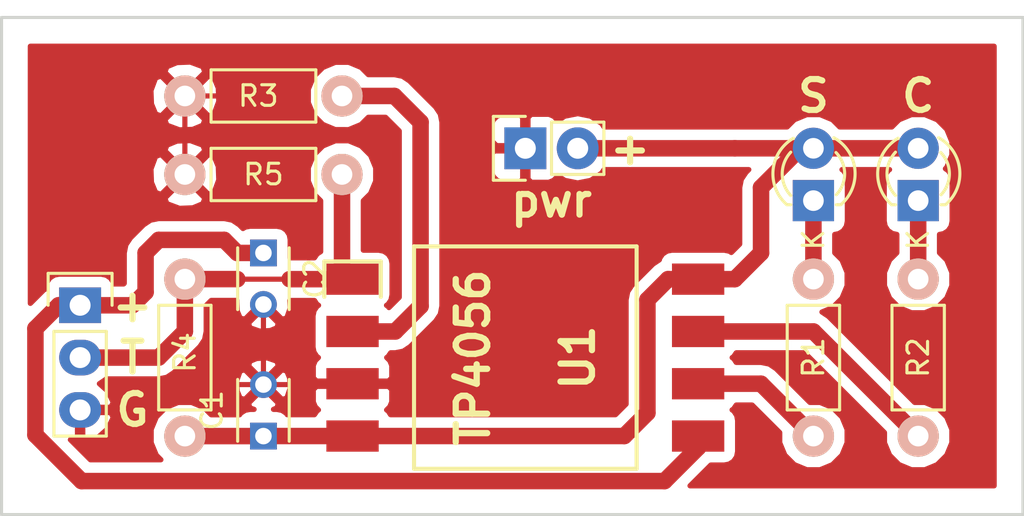
<source format=kicad_pcb>
(kicad_pcb (version 4) (host pcbnew 4.0.5)

  (general
    (links 22)
    (no_connects 0)
    (area 105.334999 85.014999 155.015001 109.295001)
    (thickness 1.6)
    (drawings 11)
    (tracks 69)
    (zones 0)
    (modules 12)
    (nets 10)
  )

  (page USLetter)
  (title_block
    (title "CARGADOIR DE BATERIAS LITIO")
    (date 2017-07-06)
    (rev "V 1.0")
    (company WWW.MR-ELECTRONIC.COM.VE)
  )

  (layers
    (0 F.Cu signal)
    (31 B.Cu signal)
    (32 B.Adhes user)
    (33 F.Adhes user)
    (34 B.Paste user)
    (35 F.Paste user)
    (36 B.SilkS user)
    (37 F.SilkS user)
    (38 B.Mask user)
    (39 F.Mask user)
    (40 Dwgs.User user)
    (41 Cmts.User user)
    (42 Eco1.User user)
    (43 Eco2.User user)
    (44 Edge.Cuts user)
    (45 Margin user)
    (46 B.CrtYd user)
    (47 F.CrtYd user)
    (48 B.Fab user)
    (49 F.Fab user)
  )

  (setup
    (last_trace_width 0.8)
    (trace_clearance 0.2)
    (zone_clearance 0.508)
    (zone_45_only no)
    (trace_min 0.2)
    (segment_width 0.2)
    (edge_width 0.15)
    (via_size 0.6)
    (via_drill 0.4)
    (via_min_size 0.4)
    (via_min_drill 0.3)
    (uvia_size 0.3)
    (uvia_drill 0.1)
    (uvias_allowed no)
    (uvia_min_size 0.2)
    (uvia_min_drill 0.1)
    (pcb_text_width 0.3)
    (pcb_text_size 1.5 1.5)
    (mod_edge_width 0.15)
    (mod_text_size 1 1)
    (mod_text_width 0.15)
    (pad_size 1.524 1.524)
    (pad_drill 0.762)
    (pad_to_mask_clearance 0.2)
    (aux_axis_origin 0 0)
    (visible_elements 7FFFFFFF)
    (pcbplotparams
      (layerselection 0x00030_80000001)
      (usegerberextensions false)
      (excludeedgelayer true)
      (linewidth 0.100000)
      (plotframeref false)
      (viasonmask false)
      (mode 1)
      (useauxorigin false)
      (hpglpennumber 1)
      (hpglpenspeed 20)
      (hpglpendiameter 15)
      (hpglpenoverlay 2)
      (psnegative false)
      (psa4output false)
      (plotreference true)
      (plotvalue true)
      (plotinvisibletext false)
      (padsonsilk false)
      (subtractmaskfromsilk false)
      (outputformat 1)
      (mirror false)
      (drillshape 1)
      (scaleselection 1)
      (outputdirectory ""))
  )

  (net 0 "")
  (net 1 VCC)
  (net 2 GND)
  (net 3 /BAT)
  (net 4 "Net-(D1-Pad1)")
  (net 5 "Net-(D2-Pad1)")
  (net 6 /TEMP)
  (net 7 "Net-(R1-Pad2)")
  (net 8 "Net-(R2-Pad2)")
  (net 9 "Net-(R3-Pad1)")

  (net_class Default "Esta es la clase de red por defecto."
    (clearance 0.2)
    (trace_width 0.8)
    (via_dia 0.6)
    (via_drill 0.4)
    (uvia_dia 0.3)
    (uvia_drill 0.1)
    (add_net /BAT)
    (add_net /TEMP)
    (add_net GND)
    (add_net "Net-(D1-Pad1)")
    (add_net "Net-(D2-Pad1)")
    (add_net "Net-(R1-Pad2)")
    (add_net "Net-(R2-Pad2)")
    (add_net "Net-(R3-Pad1)")
    (add_net VCC)
  )

  (module LEDs:LED-3MM (layer F.Cu) (tedit 595E8320) (tstamp 595E7668)
    (at 149.86 93.98 90)
    (descr "LED 3mm round vertical")
    (tags "LED  3mm round vertical")
    (path /595E5F8C)
    (fp_text reference D2 (at 1.27 2.54 90) (layer F.SilkS) hide
      (effects (font (size 1 1) (thickness 0.15)))
    )
    (fp_text value LED (at 1.3 -2.9 90) (layer F.Fab)
      (effects (font (size 1 1) (thickness 0.15)))
    )
    (fp_line (start -1.2 2.3) (end 3.8 2.3) (layer F.CrtYd) (width 0.05))
    (fp_line (start 3.8 2.3) (end 3.8 -2.2) (layer F.CrtYd) (width 0.05))
    (fp_line (start 3.8 -2.2) (end -1.2 -2.2) (layer F.CrtYd) (width 0.05))
    (fp_line (start -1.2 -2.2) (end -1.2 2.3) (layer F.CrtYd) (width 0.05))
    (fp_line (start -0.199 1.314) (end -0.199 1.114) (layer F.SilkS) (width 0.15))
    (fp_line (start -0.199 -1.28) (end -0.199 -1.1) (layer F.SilkS) (width 0.15))
    (fp_arc (start 1.301 0.034) (end -0.199 -1.286) (angle 108.5) (layer F.SilkS) (width 0.15))
    (fp_arc (start 1.301 0.034) (end 0.25 -1.1) (angle 85.7) (layer F.SilkS) (width 0.15))
    (fp_arc (start 1.311 0.034) (end 3.051 0.994) (angle 110) (layer F.SilkS) (width 0.15))
    (fp_arc (start 1.301 0.034) (end 2.335 1.094) (angle 87.5) (layer F.SilkS) (width 0.15))
    (fp_text user K (at -1.905 0 90) (layer F.SilkS)
      (effects (font (size 1 1) (thickness 0.15)))
    )
    (pad 1 thru_hole rect (at 0 0 180) (size 2 2) (drill 1.00076) (layers *.Cu *.Mask)
      (net 5 "Net-(D2-Pad1)"))
    (pad 2 thru_hole circle (at 2.54 0 90) (size 2 2) (drill 1.00076) (layers *.Cu *.Mask)
      (net 1 VCC))
    (model LEDs.3dshapes/LED-3MM.wrl
      (at (xyz 0.05 0 0))
      (scale (xyz 1 1 1))
      (rotate (xyz 0 0 90))
    )
  )

  (module Capacitors_ThroughHole:C_Disc_D3_P2.5 (layer F.Cu) (tedit 0) (tstamp 595E7656)
    (at 118.11 105.41 90)
    (descr "Capacitor 3mm Disc, Pitch 2.5mm")
    (tags Capacitor)
    (path /595E6309)
    (fp_text reference C1 (at 1.25 -2.5 90) (layer F.SilkS)
      (effects (font (size 1 1) (thickness 0.15)))
    )
    (fp_text value C (at 1.25 2.5 90) (layer F.Fab)
      (effects (font (size 1 1) (thickness 0.15)))
    )
    (fp_line (start -0.9 -1.5) (end 3.4 -1.5) (layer F.CrtYd) (width 0.05))
    (fp_line (start 3.4 -1.5) (end 3.4 1.5) (layer F.CrtYd) (width 0.05))
    (fp_line (start 3.4 1.5) (end -0.9 1.5) (layer F.CrtYd) (width 0.05))
    (fp_line (start -0.9 1.5) (end -0.9 -1.5) (layer F.CrtYd) (width 0.05))
    (fp_line (start -0.25 -1.25) (end 2.75 -1.25) (layer F.SilkS) (width 0.15))
    (fp_line (start 2.75 1.25) (end -0.25 1.25) (layer F.SilkS) (width 0.15))
    (pad 1 thru_hole rect (at 0 0 90) (size 1.3 1.3) (drill 0.8) (layers *.Cu *.Mask)
      (net 1 VCC))
    (pad 2 thru_hole circle (at 2.5 0 90) (size 1.3 1.3) (drill 0.8001) (layers *.Cu *.Mask)
      (net 2 GND))
    (model Capacitors_ThroughHole.3dshapes/C_Disc_D3_P2.5.wrl
      (at (xyz 0.0492126 0 0))
      (scale (xyz 1 1 1))
      (rotate (xyz 0 0 0))
    )
  )

  (module Capacitors_ThroughHole:C_Disc_D3_P2.5 (layer F.Cu) (tedit 0) (tstamp 595E765C)
    (at 118.11 96.52 270)
    (descr "Capacitor 3mm Disc, Pitch 2.5mm")
    (tags Capacitor)
    (path /595E6582)
    (fp_text reference C2 (at 1.25 -2.5 270) (layer F.SilkS)
      (effects (font (size 1 1) (thickness 0.15)))
    )
    (fp_text value C (at 1.25 2.5 270) (layer F.Fab)
      (effects (font (size 1 1) (thickness 0.15)))
    )
    (fp_line (start -0.9 -1.5) (end 3.4 -1.5) (layer F.CrtYd) (width 0.05))
    (fp_line (start 3.4 -1.5) (end 3.4 1.5) (layer F.CrtYd) (width 0.05))
    (fp_line (start 3.4 1.5) (end -0.9 1.5) (layer F.CrtYd) (width 0.05))
    (fp_line (start -0.9 1.5) (end -0.9 -1.5) (layer F.CrtYd) (width 0.05))
    (fp_line (start -0.25 -1.25) (end 2.75 -1.25) (layer F.SilkS) (width 0.15))
    (fp_line (start 2.75 1.25) (end -0.25 1.25) (layer F.SilkS) (width 0.15))
    (pad 1 thru_hole rect (at 0 0 270) (size 1.3 1.3) (drill 0.8) (layers *.Cu *.Mask)
      (net 3 /BAT))
    (pad 2 thru_hole circle (at 2.5 0 270) (size 1.3 1.3) (drill 0.8001) (layers *.Cu *.Mask)
      (net 2 GND))
    (model Capacitors_ThroughHole.3dshapes/C_Disc_D3_P2.5.wrl
      (at (xyz 0.0492126 0 0))
      (scale (xyz 1 1 1))
      (rotate (xyz 0 0 0))
    )
  )

  (module LEDs:LED-3MM (layer F.Cu) (tedit 595E831E) (tstamp 595E7662)
    (at 144.78 93.98 90)
    (descr "LED 3mm round vertical")
    (tags "LED  3mm round vertical")
    (path /595E6009)
    (fp_text reference D1 (at 1.27 -2.54 90) (layer F.SilkS) hide
      (effects (font (size 1 1) (thickness 0.15)))
    )
    (fp_text value LED (at 1.3 -2.9 90) (layer F.Fab)
      (effects (font (size 1 1) (thickness 0.15)))
    )
    (fp_line (start -1.2 2.3) (end 3.8 2.3) (layer F.CrtYd) (width 0.05))
    (fp_line (start 3.8 2.3) (end 3.8 -2.2) (layer F.CrtYd) (width 0.05))
    (fp_line (start 3.8 -2.2) (end -1.2 -2.2) (layer F.CrtYd) (width 0.05))
    (fp_line (start -1.2 -2.2) (end -1.2 2.3) (layer F.CrtYd) (width 0.05))
    (fp_line (start -0.199 1.314) (end -0.199 1.114) (layer F.SilkS) (width 0.15))
    (fp_line (start -0.199 -1.28) (end -0.199 -1.1) (layer F.SilkS) (width 0.15))
    (fp_arc (start 1.301 0.034) (end -0.199 -1.286) (angle 108.5) (layer F.SilkS) (width 0.15))
    (fp_arc (start 1.301 0.034) (end 0.25 -1.1) (angle 85.7) (layer F.SilkS) (width 0.15))
    (fp_arc (start 1.311 0.034) (end 3.051 0.994) (angle 110) (layer F.SilkS) (width 0.15))
    (fp_arc (start 1.301 0.034) (end 2.335 1.094) (angle 87.5) (layer F.SilkS) (width 0.15))
    (fp_text user K (at -1.905 0 90) (layer F.SilkS)
      (effects (font (size 1 1) (thickness 0.15)))
    )
    (pad 1 thru_hole rect (at 0 0 180) (size 2 2) (drill 1.00076) (layers *.Cu *.Mask)
      (net 4 "Net-(D1-Pad1)"))
    (pad 2 thru_hole circle (at 2.54 0 90) (size 2 2) (drill 1.00076) (layers *.Cu *.Mask)
      (net 1 VCC))
    (model LEDs.3dshapes/LED-3MM.wrl
      (at (xyz 0.05 0 0))
      (scale (xyz 1 1 1))
      (rotate (xyz 0 0 90))
    )
  )

  (module Pin_Headers:Pin_Header_Straight_1x03 (layer F.Cu) (tedit 595E8201) (tstamp 595E766F)
    (at 109.22 99.06)
    (descr "Through hole pin header")
    (tags "pin header")
    (path /595E827A)
    (fp_text reference P1 (at 2.54 2.54) (layer F.SilkS) hide
      (effects (font (size 1 1) (thickness 0.15)))
    )
    (fp_text value out (at -2.54 2.54 90) (layer F.Fab)
      (effects (font (size 1 1) (thickness 0.15)))
    )
    (fp_line (start -1.75 -1.75) (end -1.75 6.85) (layer F.CrtYd) (width 0.05))
    (fp_line (start 1.75 -1.75) (end 1.75 6.85) (layer F.CrtYd) (width 0.05))
    (fp_line (start -1.75 -1.75) (end 1.75 -1.75) (layer F.CrtYd) (width 0.05))
    (fp_line (start -1.75 6.85) (end 1.75 6.85) (layer F.CrtYd) (width 0.05))
    (fp_line (start -1.27 1.27) (end -1.27 6.35) (layer F.SilkS) (width 0.15))
    (fp_line (start -1.27 6.35) (end 1.27 6.35) (layer F.SilkS) (width 0.15))
    (fp_line (start 1.27 6.35) (end 1.27 1.27) (layer F.SilkS) (width 0.15))
    (fp_line (start 1.55 -1.55) (end 1.55 0) (layer F.SilkS) (width 0.15))
    (fp_line (start 1.27 1.27) (end -1.27 1.27) (layer F.SilkS) (width 0.15))
    (fp_line (start -1.55 0) (end -1.55 -1.55) (layer F.SilkS) (width 0.15))
    (fp_line (start -1.55 -1.55) (end 1.55 -1.55) (layer F.SilkS) (width 0.15))
    (pad 1 thru_hole rect (at 0 0) (size 2.032 1.7272) (drill 1.016) (layers *.Cu *.Mask)
      (net 3 /BAT))
    (pad 2 thru_hole oval (at 0 2.54) (size 2.032 1.7272) (drill 1.016) (layers *.Cu *.Mask)
      (net 6 /TEMP))
    (pad 3 thru_hole oval (at 0 5.08) (size 2.032 1.7272) (drill 1.016) (layers *.Cu *.Mask)
      (net 2 GND))
    (model Pin_Headers.3dshapes/Pin_Header_Straight_1x03.wrl
      (at (xyz 0 -0.1 0))
      (scale (xyz 1 1 1))
      (rotate (xyz 0 0 90))
    )
  )

  (module Resistors_ThroughHole:Resistor_Horizontal_RM7mmJJ (layer F.Cu) (tedit 569FCF07) (tstamp 595E7675)
    (at 144.78 97.79 270)
    (descr "Resistor, Axial,  RM 7.62mm, 1/3W,")
    (tags "Resistor Axial RM 7.62mm 1/3W R3")
    (path /595E5EF7)
    (fp_text reference R1 (at 3.81 0 270) (layer F.SilkS)
      (effects (font (size 1 1) (thickness 0.15)))
    )
    (fp_text value R (at 3.81 3.81 270) (layer F.Fab)
      (effects (font (size 1 1) (thickness 0.15)))
    )
    (fp_line (start -1.25 -1.5) (end 8.85 -1.5) (layer F.CrtYd) (width 0.05))
    (fp_line (start -1.25 1.5) (end -1.25 -1.5) (layer F.CrtYd) (width 0.05))
    (fp_line (start 8.85 -1.5) (end 8.85 1.5) (layer F.CrtYd) (width 0.05))
    (fp_line (start -1.25 1.5) (end 8.85 1.5) (layer F.CrtYd) (width 0.05))
    (fp_line (start 1.27 -1.27) (end 6.35 -1.27) (layer F.SilkS) (width 0.15))
    (fp_line (start 6.35 -1.27) (end 6.35 1.27) (layer F.SilkS) (width 0.15))
    (fp_line (start 6.35 1.27) (end 1.27 1.27) (layer F.SilkS) (width 0.15))
    (fp_line (start 1.27 1.27) (end 1.27 -1.27) (layer F.SilkS) (width 0.15))
    (pad 1 thru_hole circle (at 0 0 270) (size 1.99898 1.99898) (drill 1.00076) (layers *.Cu *.SilkS *.Mask)
      (net 4 "Net-(D1-Pad1)"))
    (pad 2 thru_hole circle (at 7.62 0 270) (size 1.99898 1.99898) (drill 1.00076) (layers *.Cu *.SilkS *.Mask)
      (net 7 "Net-(R1-Pad2)"))
    (model Resistors_ThroughHole.3dshapes/Resistor_Horizontal_RM10mm.wrl
      (at (xyz 0.15 0 0))
      (scale (xyz 0.2937 0.3937 0.3937))
      (rotate (xyz 0 0 0))
    )
  )

  (module Resistors_ThroughHole:Resistor_Horizontal_RM7mmJJ (layer F.Cu) (tedit 569FCF07) (tstamp 595E767B)
    (at 149.86 97.79 270)
    (descr "Resistor, Axial,  RM 7.62mm, 1/3W,")
    (tags "Resistor Axial RM 7.62mm 1/3W R3")
    (path /595E5E98)
    (fp_text reference R2 (at 3.81 0 270) (layer F.SilkS)
      (effects (font (size 1 1) (thickness 0.15)))
    )
    (fp_text value R (at 3.81 3.81 270) (layer F.Fab)
      (effects (font (size 1 1) (thickness 0.15)))
    )
    (fp_line (start -1.25 -1.5) (end 8.85 -1.5) (layer F.CrtYd) (width 0.05))
    (fp_line (start -1.25 1.5) (end -1.25 -1.5) (layer F.CrtYd) (width 0.05))
    (fp_line (start 8.85 -1.5) (end 8.85 1.5) (layer F.CrtYd) (width 0.05))
    (fp_line (start -1.25 1.5) (end 8.85 1.5) (layer F.CrtYd) (width 0.05))
    (fp_line (start 1.27 -1.27) (end 6.35 -1.27) (layer F.SilkS) (width 0.15))
    (fp_line (start 6.35 -1.27) (end 6.35 1.27) (layer F.SilkS) (width 0.15))
    (fp_line (start 6.35 1.27) (end 1.27 1.27) (layer F.SilkS) (width 0.15))
    (fp_line (start 1.27 1.27) (end 1.27 -1.27) (layer F.SilkS) (width 0.15))
    (pad 1 thru_hole circle (at 0 0 270) (size 1.99898 1.99898) (drill 1.00076) (layers *.Cu *.SilkS *.Mask)
      (net 5 "Net-(D2-Pad1)"))
    (pad 2 thru_hole circle (at 7.62 0 270) (size 1.99898 1.99898) (drill 1.00076) (layers *.Cu *.SilkS *.Mask)
      (net 8 "Net-(R2-Pad2)"))
    (model Resistors_ThroughHole.3dshapes/Resistor_Horizontal_RM10mm.wrl
      (at (xyz 0.15 0 0))
      (scale (xyz 0.2937 0.3937 0.3937))
      (rotate (xyz 0 0 0))
    )
  )

  (module Resistors_ThroughHole:Resistor_Horizontal_RM7mmJJ (layer F.Cu) (tedit 569FCF07) (tstamp 595E7681)
    (at 121.92 88.9 180)
    (descr "Resistor, Axial,  RM 7.62mm, 1/3W,")
    (tags "Resistor Axial RM 7.62mm 1/3W R3")
    (path /595E661C)
    (fp_text reference R3 (at 4.05892 0 180) (layer F.SilkS)
      (effects (font (size 1 1) (thickness 0.15)))
    )
    (fp_text value R (at 3.81 3.81 180) (layer F.Fab)
      (effects (font (size 1 1) (thickness 0.15)))
    )
    (fp_line (start -1.25 -1.5) (end 8.85 -1.5) (layer F.CrtYd) (width 0.05))
    (fp_line (start -1.25 1.5) (end -1.25 -1.5) (layer F.CrtYd) (width 0.05))
    (fp_line (start 8.85 -1.5) (end 8.85 1.5) (layer F.CrtYd) (width 0.05))
    (fp_line (start -1.25 1.5) (end 8.85 1.5) (layer F.CrtYd) (width 0.05))
    (fp_line (start 1.27 -1.27) (end 6.35 -1.27) (layer F.SilkS) (width 0.15))
    (fp_line (start 6.35 -1.27) (end 6.35 1.27) (layer F.SilkS) (width 0.15))
    (fp_line (start 6.35 1.27) (end 1.27 1.27) (layer F.SilkS) (width 0.15))
    (fp_line (start 1.27 1.27) (end 1.27 -1.27) (layer F.SilkS) (width 0.15))
    (pad 1 thru_hole circle (at 0 0 180) (size 1.99898 1.99898) (drill 1.00076) (layers *.Cu *.SilkS *.Mask)
      (net 9 "Net-(R3-Pad1)"))
    (pad 2 thru_hole circle (at 7.62 0 180) (size 1.99898 1.99898) (drill 1.00076) (layers *.Cu *.SilkS *.Mask)
      (net 2 GND))
    (model Resistors_ThroughHole.3dshapes/Resistor_Horizontal_RM10mm.wrl
      (at (xyz 0.15 0 0))
      (scale (xyz 0.2937 0.3937 0.3937))
      (rotate (xyz 0 0 0))
    )
  )

  (module Resistors_ThroughHole:Resistor_Horizontal_RM7mmJJ (layer F.Cu) (tedit 569FCF07) (tstamp 595E7687)
    (at 114.3 105.41 90)
    (descr "Resistor, Axial,  RM 7.62mm, 1/3W,")
    (tags "Resistor Axial RM 7.62mm 1/3W R3")
    (path /595E6996)
    (fp_text reference R4 (at 4.05892 0 90) (layer F.SilkS)
      (effects (font (size 1 1) (thickness 0.15)))
    )
    (fp_text value R (at 3.81 3.81 90) (layer F.Fab)
      (effects (font (size 1 1) (thickness 0.15)))
    )
    (fp_line (start -1.25 -1.5) (end 8.85 -1.5) (layer F.CrtYd) (width 0.05))
    (fp_line (start -1.25 1.5) (end -1.25 -1.5) (layer F.CrtYd) (width 0.05))
    (fp_line (start 8.85 -1.5) (end 8.85 1.5) (layer F.CrtYd) (width 0.05))
    (fp_line (start -1.25 1.5) (end 8.85 1.5) (layer F.CrtYd) (width 0.05))
    (fp_line (start 1.27 -1.27) (end 6.35 -1.27) (layer F.SilkS) (width 0.15))
    (fp_line (start 6.35 -1.27) (end 6.35 1.27) (layer F.SilkS) (width 0.15))
    (fp_line (start 6.35 1.27) (end 1.27 1.27) (layer F.SilkS) (width 0.15))
    (fp_line (start 1.27 1.27) (end 1.27 -1.27) (layer F.SilkS) (width 0.15))
    (pad 1 thru_hole circle (at 0 0 90) (size 1.99898 1.99898) (drill 1.00076) (layers *.Cu *.SilkS *.Mask)
      (net 1 VCC))
    (pad 2 thru_hole circle (at 7.62 0 90) (size 1.99898 1.99898) (drill 1.00076) (layers *.Cu *.SilkS *.Mask)
      (net 6 /TEMP))
    (model Resistors_ThroughHole.3dshapes/Resistor_Horizontal_RM10mm.wrl
      (at (xyz 0.15 0 0))
      (scale (xyz 0.2937 0.3937 0.3937))
      (rotate (xyz 0 0 0))
    )
  )

  (module Resistors_ThroughHole:Resistor_Horizontal_RM7mmJJ (layer F.Cu) (tedit 569FCF07) (tstamp 595E768D)
    (at 121.92 92.71 180)
    (descr "Resistor, Axial,  RM 7.62mm, 1/3W,")
    (tags "Resistor Axial RM 7.62mm 1/3W R3")
    (path /595E69E3)
    (fp_text reference R5 (at 3.81 0 180) (layer F.SilkS)
      (effects (font (size 1 1) (thickness 0.15)))
    )
    (fp_text value R (at 3.81 3.81 180) (layer F.Fab)
      (effects (font (size 1 1) (thickness 0.15)))
    )
    (fp_line (start -1.25 -1.5) (end 8.85 -1.5) (layer F.CrtYd) (width 0.05))
    (fp_line (start -1.25 1.5) (end -1.25 -1.5) (layer F.CrtYd) (width 0.05))
    (fp_line (start 8.85 -1.5) (end 8.85 1.5) (layer F.CrtYd) (width 0.05))
    (fp_line (start -1.25 1.5) (end 8.85 1.5) (layer F.CrtYd) (width 0.05))
    (fp_line (start 1.27 -1.27) (end 6.35 -1.27) (layer F.SilkS) (width 0.15))
    (fp_line (start 6.35 -1.27) (end 6.35 1.27) (layer F.SilkS) (width 0.15))
    (fp_line (start 6.35 1.27) (end 1.27 1.27) (layer F.SilkS) (width 0.15))
    (fp_line (start 1.27 1.27) (end 1.27 -1.27) (layer F.SilkS) (width 0.15))
    (pad 1 thru_hole circle (at 0 0 180) (size 1.99898 1.99898) (drill 1.00076) (layers *.Cu *.SilkS *.Mask)
      (net 6 /TEMP))
    (pad 2 thru_hole circle (at 7.62 0 180) (size 1.99898 1.99898) (drill 1.00076) (layers *.Cu *.SilkS *.Mask)
      (net 2 GND))
    (model Resistors_ThroughHole.3dshapes/Resistor_Horizontal_RM10mm.wrl
      (at (xyz 0.15 0 0))
      (scale (xyz 0.2937 0.3937 0.3937))
      (rotate (xyz 0 0 0))
    )
  )

  (module kicad-libraries:SOP8 (layer F.Cu) (tedit 595E796D) (tstamp 595F56B0)
    (at 130.81 101.6 270)
    (path /595E5DBC)
    (fp_text reference U1 (at 0 -2.54 270) (layer F.SilkS)
      (effects (font (thickness 0.3048)))
    )
    (fp_text value TP4056 (at 0 2.54 270) (layer F.SilkS)
      (effects (font (thickness 0.3048)))
    )
    (fp_line (start -5.3975 -5.3975) (end 5.3975 -5.3975) (layer F.SilkS) (width 0.19812))
    (fp_line (start 5.3975 -5.3975) (end 5.3975 5.3975) (layer F.SilkS) (width 0.19812))
    (fp_line (start -5.3975 5.3975) (end 5.3975 5.3975) (layer F.SilkS) (width 0.19812))
    (fp_line (start -5.3975 -5.3975) (end -5.3975 5.3975) (layer F.SilkS) (width 0.19812))
    (fp_line (start -4.66852 7.00786) (end -2.94894 7.00786) (layer F.SilkS) (width 0.19812))
    (fp_line (start -4.66852 9.74852) (end -2.94894 9.74852) (layer F.SilkS) (width 0.19812))
    (fp_line (start -4.66852 7.00786) (end -4.66852 9.74852) (layer F.SilkS) (width 0.19812))
    (pad 1 smd rect (at -3.80746 8.37946 90) (size 1.51892 2.53746) (layers F.Cu F.Paste F.Mask)
      (net 6 /TEMP))
    (pad 2 smd rect (at -1.26746 8.37946 90) (size 1.51892 2.53746) (layers F.Cu F.Paste F.Mask)
      (net 9 "Net-(R3-Pad1)"))
    (pad 3 smd rect (at 1.26746 8.37946 90) (size 1.51892 2.53746) (layers F.Cu F.Paste F.Mask)
      (net 2 GND))
    (pad 4 smd rect (at 3.80746 8.37946 90) (size 1.51892 2.53746) (layers F.Cu F.Paste F.Mask)
      (net 1 VCC))
    (pad 5 smd rect (at 3.80746 -8.37946 270) (size 1.51892 2.53746) (layers F.Cu F.Paste F.Mask)
      (net 3 /BAT))
    (pad 6 smd rect (at 1.26746 -8.37946 270) (size 1.51892 2.53746) (layers F.Cu F.Paste F.Mask)
      (net 7 "Net-(R1-Pad2)"))
    (pad 7 smd rect (at -1.26746 -8.37946 270) (size 1.51892 2.53746) (layers F.Cu F.Paste F.Mask)
      (net 8 "Net-(R2-Pad2)"))
    (pad 8 smd rect (at -3.80746 -8.37946 270) (size 1.51892 2.53746) (layers F.Cu F.Paste F.Mask)
      (net 1 VCC))
  )

  (module Pin_Headers:Pin_Header_Straight_1x02 (layer F.Cu) (tedit 595E820D) (tstamp 595FC377)
    (at 130.81 91.44 90)
    (descr "Through hole pin header")
    (tags "pin header")
    (path /595E7ECD)
    (fp_text reference P2 (at -2.54 1.27 180) (layer F.SilkS) hide
      (effects (font (size 1 1) (thickness 0.15)))
    )
    (fp_text value pwr (at 0 -3.1 90) (layer F.Fab)
      (effects (font (size 1 1) (thickness 0.15)))
    )
    (fp_line (start 1.27 1.27) (end 1.27 3.81) (layer F.SilkS) (width 0.15))
    (fp_line (start 1.55 -1.55) (end 1.55 0) (layer F.SilkS) (width 0.15))
    (fp_line (start -1.75 -1.75) (end -1.75 4.3) (layer F.CrtYd) (width 0.05))
    (fp_line (start 1.75 -1.75) (end 1.75 4.3) (layer F.CrtYd) (width 0.05))
    (fp_line (start -1.75 -1.75) (end 1.75 -1.75) (layer F.CrtYd) (width 0.05))
    (fp_line (start -1.75 4.3) (end 1.75 4.3) (layer F.CrtYd) (width 0.05))
    (fp_line (start 1.27 1.27) (end -1.27 1.27) (layer F.SilkS) (width 0.15))
    (fp_line (start -1.55 0) (end -1.55 -1.55) (layer F.SilkS) (width 0.15))
    (fp_line (start -1.55 -1.55) (end 1.55 -1.55) (layer F.SilkS) (width 0.15))
    (fp_line (start -1.27 1.27) (end -1.27 3.81) (layer F.SilkS) (width 0.15))
    (fp_line (start -1.27 3.81) (end 1.27 3.81) (layer F.SilkS) (width 0.15))
    (pad 1 thru_hole rect (at 0 0 90) (size 2.032 2.032) (drill 1.016) (layers *.Cu *.Mask)
      (net 2 GND))
    (pad 2 thru_hole oval (at 0 2.54 90) (size 2.032 2.032) (drill 1.016) (layers *.Cu *.Mask)
      (net 1 VCC))
    (model Pin_Headers.3dshapes/Pin_Header_Straight_1x02.wrl
      (at (xyz 0 -0.05 0))
      (scale (xyz 1 1 1))
      (rotate (xyz 0 0 90))
    )
  )

  (gr_text S (at 144.78 88.9) (layer F.SilkS)
    (effects (font (size 1.5 1.5) (thickness 0.3)))
  )
  (gr_text C (at 149.86 88.9) (layer F.SilkS)
    (effects (font (size 1.5 1.5) (thickness 0.3)))
  )
  (gr_text G (at 111.76 104.14) (layer F.SilkS)
    (effects (font (size 1.5 1.5) (thickness 0.3)))
  )
  (gr_text T (at 111.76 101.6) (layer F.SilkS)
    (effects (font (size 1.5 1.5) (thickness 0.3)))
  )
  (gr_text + (at 111.76 99.06) (layer F.SilkS)
    (effects (font (size 1.5 1.5) (thickness 0.3)))
  )
  (gr_text + (at 135.89 91.44) (layer F.SilkS)
    (effects (font (size 1.5 1.5) (thickness 0.3)))
  )
  (gr_text pwr (at 132.08 93.98) (layer F.SilkS)
    (effects (font (size 1.5 1.5) (thickness 0.3)))
  )
  (gr_line (start 105.41 109.22) (end 154.94 109.22) (angle 90) (layer Edge.Cuts) (width 0.15))
  (gr_line (start 105.41 85.09) (end 105.41 109.22) (angle 90) (layer Edge.Cuts) (width 0.15))
  (gr_line (start 154.94 85.09) (end 105.41 85.09) (angle 90) (layer Edge.Cuts) (width 0.15))
  (gr_line (start 154.94 109.22) (end 154.94 85.09) (angle 90) (layer Edge.Cuts) (width 0.15))

  (segment (start 139.18946 97.79254) (end 140.96746 97.79254) (width 0.8) (layer F.Cu) (net 1) (status 400000))
  (segment (start 142.24 93.345) (end 144.145 91.44) (width 0.8) (layer F.Cu) (net 1) (tstamp 595E8C4F) (status 800000))
  (segment (start 142.24 96.52) (end 142.24 93.345) (width 0.8) (layer F.Cu) (net 1) (tstamp 595E8C4E))
  (segment (start 140.96746 97.79254) (end 142.24 96.52) (width 0.8) (layer F.Cu) (net 1) (tstamp 595E8C4B))
  (segment (start 144.145 91.44) (end 144.78 91.44) (width 0.8) (layer F.Cu) (net 1) (tstamp 595E8C52) (status C00000))
  (segment (start 122.43054 105.40746) (end 135.608316 105.40746) (width 0.8) (layer F.Cu) (net 1))
  (segment (start 135.608316 105.40746) (end 136.730662 104.285114) (width 0.8) (layer F.Cu) (net 1))
  (segment (start 136.730662 104.285114) (end 136.730662 98.792787) (width 0.8) (layer F.Cu) (net 1))
  (segment (start 136.730662 98.792787) (end 137.730909 97.79254) (width 0.8) (layer F.Cu) (net 1))
  (segment (start 137.730909 97.79254) (end 139.18946 97.79254) (width 0.8) (layer F.Cu) (net 1))
  (segment (start 122.43054 105.40746) (end 118.11254 105.40746) (width 0.8) (layer F.Cu) (net 1))
  (segment (start 118.11254 105.40746) (end 118.11 105.41) (width 0.8) (layer F.Cu) (net 1))
  (segment (start 114.3 105.41) (end 118.11 105.41) (width 0.8) (layer F.Cu) (net 1))
  (segment (start 144.78 91.44) (end 140.97 91.44) (width 0.8) (layer F.Cu) (net 1))
  (segment (start 140.97 91.44) (end 133.35 91.44) (width 0.8) (layer F.Cu) (net 1))
  (segment (start 149.86 91.44) (end 144.78 91.44) (width 0.8) (layer F.Cu) (net 1))
  (segment (start 114.3 88.9) (end 117.910446 88.9) (width 0.25) (layer F.Cu) (net 2))
  (segment (start 119.67289 87.137556) (end 125.241556 87.137556) (width 0.25) (layer F.Cu) (net 2))
  (segment (start 117.910446 88.9) (end 119.67289 87.137556) (width 0.25) (layer F.Cu) (net 2))
  (segment (start 125.241556 87.137556) (end 129.544 91.44) (width 0.25) (layer F.Cu) (net 2))
  (segment (start 129.544 91.44) (end 130.81 91.44) (width 0.25) (layer F.Cu) (net 2))
  (segment (start 124.46 102.87) (end 130.81 96.52) (width 0.25) (layer F.Cu) (net 2))
  (segment (start 130.81 96.52) (end 130.81 91.44) (width 0.25) (layer F.Cu) (net 2))
  (segment (start 122.94235 102.87) (end 124.46 102.87) (width 0.25) (layer F.Cu) (net 2))
  (segment (start 122.43054 102.86746) (end 122.93981 102.86746) (width 0.25) (layer F.Cu) (net 2))
  (segment (start 122.93981 102.86746) (end 122.94235 102.87) (width 0.25) (layer F.Cu) (net 2))
  (segment (start 114.3 92.71) (end 114.3 88.9) (width 0.25) (layer F.Cu) (net 2))
  (segment (start 112.99 102.91) (end 111.76 104.14) (width 0.25) (layer F.Cu) (net 2))
  (segment (start 111.76 104.14) (end 109.22 104.14) (width 0.25) (layer F.Cu) (net 2))
  (segment (start 118.11 102.91) (end 112.99 102.91) (width 0.25) (layer F.Cu) (net 2))
  (segment (start 118.11 102.91) (end 118.11 99.02) (width 0.25) (layer F.Cu) (net 2))
  (segment (start 118.11 102.91) (end 122.388 102.91) (width 0.25) (layer F.Cu) (net 2))
  (segment (start 122.388 102.91) (end 122.43054 102.86746) (width 0.25) (layer F.Cu) (net 2))
  (segment (start 109.22 99.06) (end 111.76 99.06) (width 0.8) (layer F.Cu) (net 3) (status 400000))
  (segment (start 116.84 96.52) (end 118.11 96.52) (width 0.8) (layer F.Cu) (net 3) (tstamp 595E8C7D) (status 800000))
  (segment (start 116.205 95.885) (end 116.84 96.52) (width 0.8) (layer F.Cu) (net 3) (tstamp 595E8C7C))
  (segment (start 113.03 95.885) (end 116.205 95.885) (width 0.8) (layer F.Cu) (net 3) (tstamp 595E8C7B))
  (segment (start 112.395 96.52) (end 113.03 95.885) (width 0.8) (layer F.Cu) (net 3) (tstamp 595E8C7A))
  (segment (start 112.395 98.425) (end 112.395 96.52) (width 0.8) (layer F.Cu) (net 3) (tstamp 595E8C79))
  (segment (start 111.76 99.06) (end 112.395 98.425) (width 0.8) (layer F.Cu) (net 3) (tstamp 595E8C78))
  (segment (start 109.22 99.06) (end 108.178502 99.06) (width 0.8) (layer F.Cu) (net 3))
  (segment (start 108.178502 99.06) (end 107.052676 100.185826) (width 0.8) (layer F.Cu) (net 3))
  (segment (start 107.052676 100.185826) (end 107.052676 105.355366) (width 0.8) (layer F.Cu) (net 3))
  (segment (start 107.052676 105.355366) (end 109.290961 107.593651) (width 0.8) (layer F.Cu) (net 3))
  (segment (start 109.290961 107.593651) (end 137.562362 107.593651) (width 0.8) (layer F.Cu) (net 3))
  (segment (start 137.562362 107.593651) (end 139.18946 105.966553) (width 0.8) (layer F.Cu) (net 3))
  (segment (start 139.18946 105.966553) (end 139.18946 105.40746) (width 0.8) (layer F.Cu) (net 3))
  (segment (start 144.78 97.79) (end 144.78 93.98) (width 0.8) (layer F.Cu) (net 4))
  (segment (start 149.86 97.79) (end 149.86 93.98) (width 0.8) (layer F.Cu) (net 5))
  (segment (start 114.3 100.33) (end 114.3 97.79) (width 0.8) (layer F.Cu) (net 6))
  (segment (start 109.22 101.6) (end 113.03 101.6) (width 0.8) (layer F.Cu) (net 6))
  (segment (start 113.03 101.6) (end 114.3 100.33) (width 0.8) (layer F.Cu) (net 6))
  (segment (start 119.38 97.79254) (end 116.84 97.79254) (width 0.25) (layer F.Cu) (net 6))
  (segment (start 114.3 97.79) (end 116.83746 97.79) (width 0.8) (layer F.Cu) (net 6))
  (segment (start 116.83746 97.79) (end 116.84 97.79254) (width 0.8) (layer F.Cu) (net 6))
  (segment (start 122.43054 97.79254) (end 119.38 97.79254) (width 0.8) (layer F.Cu) (net 6))
  (segment (start 121.92 92.71) (end 121.92 97.282) (width 0.8) (layer F.Cu) (net 6))
  (segment (start 121.92 97.282) (end 122.43054 97.79254) (width 0.8) (layer F.Cu) (net 6))
  (segment (start 144.78 105.41) (end 142.23746 102.86746) (width 0.8) (layer F.Cu) (net 7))
  (segment (start 142.23746 102.86746) (end 139.18946 102.86746) (width 0.8) (layer F.Cu) (net 7))
  (segment (start 139.192 102.87) (end 139.18946 102.86746) (width 0.25) (layer F.Cu) (net 7) (tstamp 595F8A00))
  (segment (start 139.18946 100.33254) (end 144.78254 100.33254) (width 0.8) (layer F.Cu) (net 8))
  (segment (start 144.78254 100.33254) (end 149.86 105.41) (width 0.8) (layer F.Cu) (net 8))
  (segment (start 139.192 100.33) (end 139.18946 100.33254) (width 0.25) (layer F.Cu) (net 8) (tstamp 595F8A04))
  (segment (start 124.46 88.9) (end 121.92 88.9) (width 0.8) (layer F.Cu) (net 9))
  (segment (start 125.73 90.17) (end 124.46 88.9) (width 0.8) (layer F.Cu) (net 9))
  (segment (start 125.73 99.10181) (end 125.73 90.17) (width 0.8) (layer F.Cu) (net 9))
  (segment (start 122.43054 100.33254) (end 124.49927 100.33254) (width 0.8) (layer F.Cu) (net 9))
  (segment (start 124.49927 100.33254) (end 125.73 99.10181) (width 0.8) (layer F.Cu) (net 9))

  (zone (net 2) (net_name GND) (layer F.Cu) (tstamp 595FC42B) (hatch edge 0.508)
    (connect_pads (clearance 0.508))
    (min_thickness 0.254)
    (fill yes (arc_segments 16) (thermal_gap 0.508) (thermal_bridge_width 0.508))
    (polygon
      (pts
        (xy 153.67 107.95) (xy 106.68 107.95) (xy 106.68 86.36) (xy 153.67 86.36)
      )
    )
    (filled_polygon
      (pts
        (xy 153.543 107.823) (xy 138.796725 107.823) (xy 139.805364 106.81436) (xy 140.45819 106.81436) (xy 140.693507 106.770082)
        (xy 140.909631 106.63101) (xy 141.054621 106.41881) (xy 141.10563 106.16692) (xy 141.10563 104.648) (xy 141.061352 104.412683)
        (xy 140.92228 104.196559) (xy 140.836591 104.13801) (xy 140.909631 104.09101) (xy 141.038462 103.90246) (xy 141.808748 103.90246)
        (xy 143.145658 105.239369) (xy 143.145226 105.733694) (xy 143.393538 106.334655) (xy 143.852927 106.794846) (xy 144.453453 107.044206)
        (xy 145.103694 107.044774) (xy 145.704655 106.796462) (xy 146.164846 106.337073) (xy 146.414206 105.736547) (xy 146.414774 105.086306)
        (xy 146.166462 104.485345) (xy 145.707073 104.025154) (xy 145.106547 103.775794) (xy 144.609071 103.775359) (xy 142.969316 102.135604)
        (xy 142.633537 101.911245) (xy 142.23746 101.832459) (xy 142.237455 101.83246) (xy 141.035469 101.83246) (xy 140.92228 101.656559)
        (xy 140.84042 101.600626) (xy 140.909631 101.55609) (xy 141.038462 101.36754) (xy 144.353828 101.36754) (xy 148.225658 105.239369)
        (xy 148.225226 105.733694) (xy 148.473538 106.334655) (xy 148.932927 106.794846) (xy 149.533453 107.044206) (xy 150.183694 107.044774)
        (xy 150.784655 106.796462) (xy 151.244846 106.337073) (xy 151.494206 105.736547) (xy 151.494774 105.086306) (xy 151.246462 104.485345)
        (xy 150.787073 104.025154) (xy 150.186547 103.775794) (xy 149.689071 103.775359) (xy 145.514396 99.600684) (xy 145.194792 99.387133)
        (xy 145.704655 99.176462) (xy 146.164846 98.717073) (xy 146.414206 98.116547) (xy 146.414774 97.466306) (xy 146.166462 96.865345)
        (xy 145.815 96.513269) (xy 145.815 95.620854) (xy 146.015317 95.583162) (xy 146.231441 95.44409) (xy 146.376431 95.23189)
        (xy 146.42744 94.98) (xy 146.42744 92.98) (xy 146.383162 92.744683) (xy 146.24409 92.528559) (xy 146.165704 92.475)
        (xy 148.472135 92.475) (xy 148.408559 92.51591) (xy 148.263569 92.72811) (xy 148.21256 92.98) (xy 148.21256 94.98)
        (xy 148.256838 95.215317) (xy 148.39591 95.431441) (xy 148.60811 95.576431) (xy 148.825 95.620352) (xy 148.825 96.513691)
        (xy 148.475154 96.862927) (xy 148.225794 97.463453) (xy 148.225226 98.113694) (xy 148.473538 98.714655) (xy 148.932927 99.174846)
        (xy 149.533453 99.424206) (xy 150.183694 99.424774) (xy 150.784655 99.176462) (xy 151.244846 98.717073) (xy 151.494206 98.116547)
        (xy 151.494774 97.466306) (xy 151.246462 96.865345) (xy 150.895 96.513269) (xy 150.895 95.620854) (xy 151.095317 95.583162)
        (xy 151.311441 95.44409) (xy 151.456431 95.23189) (xy 151.50744 94.98) (xy 151.50744 92.98) (xy 151.463162 92.744683)
        (xy 151.32409 92.528559) (xy 151.181439 92.43109) (xy 151.245278 92.367363) (xy 151.494716 91.766648) (xy 151.495284 91.116205)
        (xy 151.246894 90.515057) (xy 150.787363 90.054722) (xy 150.186648 89.805284) (xy 149.536205 89.804716) (xy 148.935057 90.053106)
        (xy 148.582547 90.405) (xy 146.057029 90.405) (xy 145.707363 90.054722) (xy 145.106648 89.805284) (xy 144.456205 89.804716)
        (xy 143.855057 90.053106) (xy 143.502547 90.405) (xy 134.627534 90.405) (xy 134.517433 90.240222) (xy 133.98181 89.88233)
        (xy 133.35 89.756655) (xy 132.71819 89.88233) (xy 132.381999 90.106966) (xy 132.364327 90.064302) (xy 132.185699 89.885673)
        (xy 131.95231 89.789) (xy 131.09575 89.789) (xy 130.937 89.94775) (xy 130.937 91.313) (xy 130.957 91.313)
        (xy 130.957 91.567) (xy 130.937 91.567) (xy 130.937 92.93225) (xy 131.09575 93.091) (xy 131.95231 93.091)
        (xy 132.185699 92.994327) (xy 132.364327 92.815698) (xy 132.381999 92.773034) (xy 132.71819 92.99767) (xy 133.35 93.123345)
        (xy 133.98181 92.99767) (xy 134.517433 92.639778) (xy 134.627534 92.475) (xy 141.646288 92.475) (xy 141.508144 92.613144)
        (xy 141.283785 92.948923) (xy 141.204999 93.345) (xy 141.205 93.345005) (xy 141.205 96.091289) (xy 140.798931 96.497358)
        (xy 140.71008 96.436649) (xy 140.45819 96.38564) (xy 137.92073 96.38564) (xy 137.685413 96.429918) (xy 137.469289 96.56899)
        (xy 137.324299 96.78119) (xy 137.309739 96.853092) (xy 136.999053 97.060684) (xy 136.999051 97.060687) (xy 135.998806 98.060931)
        (xy 135.774447 98.39671) (xy 135.695661 98.792787) (xy 135.695662 98.792792) (xy 135.695662 103.856403) (xy 135.179604 104.37246)
        (xy 124.276549 104.37246) (xy 124.16336 104.196559) (xy 124.082741 104.141475) (xy 124.237597 103.986618) (xy 124.33427 103.753229)
        (xy 124.33427 103.15321) (xy 124.17552 102.99446) (xy 122.55754 102.99446) (xy 122.55754 103.01446) (xy 122.30354 103.01446)
        (xy 122.30354 102.99446) (xy 120.68556 102.99446) (xy 120.52681 103.15321) (xy 120.52681 103.753229) (xy 120.623483 103.986618)
        (xy 120.777547 104.140682) (xy 120.710369 104.18391) (xy 120.581538 104.37246) (xy 119.265209 104.37246) (xy 119.22409 104.308559)
        (xy 119.01189 104.163569) (xy 118.76 104.11256) (xy 118.597615 104.11256) (xy 118.773729 104.039611) (xy 118.82941 103.809016)
        (xy 118.11 103.089605) (xy 117.39059 103.809016) (xy 117.446271 104.039611) (xy 117.655902 104.11256) (xy 117.46 104.11256)
        (xy 117.224683 104.156838) (xy 117.008559 104.29591) (xy 116.954519 104.375) (xy 115.576309 104.375) (xy 115.227073 104.025154)
        (xy 114.626547 103.775794) (xy 113.976306 103.775226) (xy 113.375345 104.023538) (xy 112.915154 104.482927) (xy 112.665794 105.083453)
        (xy 112.665226 105.733694) (xy 112.913538 106.334655) (xy 113.137144 106.558651) (xy 109.719673 106.558651) (xy 108.747535 105.586513)
        (xy 108.858087 105.625184) (xy 109.093 105.480924) (xy 109.093 104.267) (xy 109.347 104.267) (xy 109.347 105.480924)
        (xy 109.581913 105.625184) (xy 110.13432 105.431954) (xy 110.570732 105.042036) (xy 110.824709 104.514791) (xy 110.827358 104.499026)
        (xy 110.706217 104.267) (xy 109.347 104.267) (xy 109.093 104.267) (xy 109.073 104.267) (xy 109.073 104.013)
        (xy 109.093 104.013) (xy 109.093 103.993) (xy 109.347 103.993) (xy 109.347 104.013) (xy 110.706217 104.013)
        (xy 110.827358 103.780974) (xy 110.824709 103.765209) (xy 110.570732 103.237964) (xy 110.154931 102.866461) (xy 110.360538 102.729078)
        (xy 116.812378 102.729078) (xy 116.841917 103.239428) (xy 116.980389 103.573729) (xy 117.210984 103.62941) (xy 117.930395 102.91)
        (xy 118.289605 102.91) (xy 119.009016 103.62941) (xy 119.239611 103.573729) (xy 119.407622 103.090922) (xy 119.378083 102.580572)
        (xy 119.239611 102.246271) (xy 119.009016 102.19059) (xy 118.289605 102.91) (xy 117.930395 102.91) (xy 117.210984 102.19059)
        (xy 116.980389 102.246271) (xy 116.812378 102.729078) (xy 110.360538 102.729078) (xy 110.464415 102.65967) (xy 110.480899 102.635)
        (xy 113.029995 102.635) (xy 113.03 102.635001) (xy 113.426077 102.556215) (xy 113.761856 102.331856) (xy 114.082727 102.010984)
        (xy 117.39059 102.010984) (xy 118.11 102.730395) (xy 118.82941 102.010984) (xy 118.773729 101.780389) (xy 118.290922 101.612378)
        (xy 117.780572 101.641917) (xy 117.446271 101.780389) (xy 117.39059 102.010984) (xy 114.082727 102.010984) (xy 115.031853 101.061858)
        (xy 115.031856 101.061856) (xy 115.254518 100.728617) (xy 115.256215 100.726078) (xy 115.335001 100.33) (xy 115.335 100.329995)
        (xy 115.335 99.919016) (xy 117.39059 99.919016) (xy 117.446271 100.149611) (xy 117.929078 100.317622) (xy 118.439428 100.288083)
        (xy 118.773729 100.149611) (xy 118.82941 99.919016) (xy 118.11 99.199605) (xy 117.39059 99.919016) (xy 115.335 99.919016)
        (xy 115.335 99.066309) (xy 115.576731 98.825) (xy 116.817277 98.825) (xy 116.812378 98.839078) (xy 116.841917 99.349428)
        (xy 116.980389 99.683729) (xy 117.210984 99.73941) (xy 117.930395 99.02) (xy 117.916252 99.005858) (xy 118.095858 98.826253)
        (xy 118.11 98.840395) (xy 118.124143 98.826253) (xy 118.303748 99.005858) (xy 118.289605 99.02) (xy 119.009016 99.73941)
        (xy 119.239611 99.683729) (xy 119.407622 99.200922) (xy 119.386011 98.82754) (xy 120.584531 98.82754) (xy 120.69772 99.003441)
        (xy 120.783409 99.06199) (xy 120.710369 99.10899) (xy 120.565379 99.32119) (xy 120.51437 99.57308) (xy 120.51437 101.092)
        (xy 120.558648 101.327317) (xy 120.69772 101.543441) (xy 120.775321 101.596463) (xy 120.623483 101.748302) (xy 120.52681 101.981691)
        (xy 120.52681 102.58171) (xy 120.68556 102.74046) (xy 122.30354 102.74046) (xy 122.30354 102.72046) (xy 122.55754 102.72046)
        (xy 122.55754 102.74046) (xy 124.17552 102.74046) (xy 124.33427 102.58171) (xy 124.33427 101.981691) (xy 124.237597 101.748302)
        (xy 124.086624 101.597329) (xy 124.150711 101.55609) (xy 124.279542 101.36754) (xy 124.499265 101.36754) (xy 124.49927 101.367541)
        (xy 124.895347 101.288755) (xy 125.231126 101.064396) (xy 126.461853 99.833668) (xy 126.461856 99.833666) (xy 126.686215 99.497887)
        (xy 126.709423 99.381215) (xy 126.765001 99.10181) (xy 126.765 99.101805) (xy 126.765 91.72575) (xy 129.159 91.72575)
        (xy 129.159 92.582309) (xy 129.255673 92.815698) (xy 129.434301 92.994327) (xy 129.66769 93.091) (xy 130.52425 93.091)
        (xy 130.683 92.93225) (xy 130.683 91.567) (xy 129.31775 91.567) (xy 129.159 91.72575) (xy 126.765 91.72575)
        (xy 126.765 90.297691) (xy 129.159 90.297691) (xy 129.159 91.15425) (xy 129.31775 91.313) (xy 130.683 91.313)
        (xy 130.683 89.94775) (xy 130.52425 89.789) (xy 129.66769 89.789) (xy 129.434301 89.885673) (xy 129.255673 90.064302)
        (xy 129.159 90.297691) (xy 126.765 90.297691) (xy 126.765 90.170005) (xy 126.765001 90.17) (xy 126.686215 89.773922)
        (xy 126.591289 89.631856) (xy 126.461856 89.438144) (xy 126.461853 89.438142) (xy 125.191856 88.168144) (xy 124.856077 87.943785)
        (xy 124.46 87.864999) (xy 124.459995 87.865) (xy 123.196309 87.865) (xy 122.847073 87.515154) (xy 122.246547 87.265794)
        (xy 121.596306 87.265226) (xy 120.995345 87.513538) (xy 120.535154 87.972927) (xy 120.285794 88.573453) (xy 120.285226 89.223694)
        (xy 120.533538 89.824655) (xy 120.992927 90.284846) (xy 121.593453 90.534206) (xy 122.243694 90.534774) (xy 122.844655 90.286462)
        (xy 123.196731 89.935) (xy 124.031288 89.935) (xy 124.695 90.598711) (xy 124.695 98.673099) (xy 124.195896 99.172202)
        (xy 124.16336 99.121639) (xy 124.077671 99.06309) (xy 124.150711 99.01609) (xy 124.295701 98.80389) (xy 124.34671 98.552)
        (xy 124.34671 97.03308) (xy 124.302432 96.797763) (xy 124.16336 96.581639) (xy 123.95116 96.436649) (xy 123.69927 96.38564)
        (xy 122.955 96.38564) (xy 122.955 93.986309) (xy 123.304846 93.637073) (xy 123.554206 93.036547) (xy 123.554774 92.386306)
        (xy 123.306462 91.785345) (xy 122.847073 91.325154) (xy 122.246547 91.075794) (xy 121.596306 91.075226) (xy 120.995345 91.323538)
        (xy 120.535154 91.782927) (xy 120.285794 92.383453) (xy 120.285226 93.033694) (xy 120.533538 93.634655) (xy 120.885 93.986731)
        (xy 120.885 96.456618) (xy 120.710369 96.56899) (xy 120.581538 96.75754) (xy 119.40744 96.75754) (xy 119.40744 95.87)
        (xy 119.363162 95.634683) (xy 119.22409 95.418559) (xy 119.01189 95.273569) (xy 118.76 95.22256) (xy 117.46 95.22256)
        (xy 117.224683 95.266838) (xy 117.118729 95.335017) (xy 116.936856 95.153144) (xy 116.601077 94.928785) (xy 116.205 94.849999)
        (xy 116.204995 94.85) (xy 113.030005 94.85) (xy 113.03 94.849999) (xy 112.633923 94.928785) (xy 112.298144 95.153144)
        (xy 112.298142 95.153147) (xy 111.663144 95.788144) (xy 111.438785 96.123923) (xy 111.359999 96.52) (xy 111.36 96.520005)
        (xy 111.36 97.996289) (xy 111.331288 98.025) (xy 110.851189 98.025) (xy 110.839162 97.961083) (xy 110.70009 97.744959)
        (xy 110.48789 97.599969) (xy 110.236 97.54896) (xy 108.204 97.54896) (xy 107.968683 97.593238) (xy 107.752559 97.73231)
        (xy 107.607569 97.94451) (xy 107.55656 98.1964) (xy 107.55656 98.254702) (xy 107.446646 98.328144) (xy 107.446644 98.328147)
        (xy 106.807 98.96779) (xy 106.807 93.862163) (xy 113.327443 93.862163) (xy 113.426042 94.128965) (xy 114.035582 94.355401)
        (xy 114.685377 94.331341) (xy 115.173958 94.128965) (xy 115.272557 93.862163) (xy 114.3 92.889605) (xy 113.327443 93.862163)
        (xy 106.807 93.862163) (xy 106.807 92.445582) (xy 112.654599 92.445582) (xy 112.678659 93.095377) (xy 112.881035 93.583958)
        (xy 113.147837 93.682557) (xy 114.120395 92.71) (xy 114.479605 92.71) (xy 115.452163 93.682557) (xy 115.718965 93.583958)
        (xy 115.945401 92.974418) (xy 115.921341 92.324623) (xy 115.718965 91.836042) (xy 115.452163 91.737443) (xy 114.479605 92.71)
        (xy 114.120395 92.71) (xy 113.147837 91.737443) (xy 112.881035 91.836042) (xy 112.654599 92.445582) (xy 106.807 92.445582)
        (xy 106.807 91.557837) (xy 113.327443 91.557837) (xy 114.3 92.530395) (xy 115.272557 91.557837) (xy 115.173958 91.291035)
        (xy 114.564418 91.064599) (xy 113.914623 91.088659) (xy 113.426042 91.291035) (xy 113.327443 91.557837) (xy 106.807 91.557837)
        (xy 106.807 90.052163) (xy 113.327443 90.052163) (xy 113.426042 90.318965) (xy 114.035582 90.545401) (xy 114.685377 90.521341)
        (xy 115.173958 90.318965) (xy 115.272557 90.052163) (xy 114.3 89.079605) (xy 113.327443 90.052163) (xy 106.807 90.052163)
        (xy 106.807 88.635582) (xy 112.654599 88.635582) (xy 112.678659 89.285377) (xy 112.881035 89.773958) (xy 113.147837 89.872557)
        (xy 114.120395 88.9) (xy 114.479605 88.9) (xy 115.452163 89.872557) (xy 115.718965 89.773958) (xy 115.945401 89.164418)
        (xy 115.921341 88.514623) (xy 115.718965 88.026042) (xy 115.452163 87.927443) (xy 114.479605 88.9) (xy 114.120395 88.9)
        (xy 113.147837 87.927443) (xy 112.881035 88.026042) (xy 112.654599 88.635582) (xy 106.807 88.635582) (xy 106.807 87.747837)
        (xy 113.327443 87.747837) (xy 114.3 88.720395) (xy 115.272557 87.747837) (xy 115.173958 87.481035) (xy 114.564418 87.254599)
        (xy 113.914623 87.278659) (xy 113.426042 87.481035) (xy 113.327443 87.747837) (xy 106.807 87.747837) (xy 106.807 86.487)
        (xy 153.543 86.487)
      )
    )
  )
)

</source>
